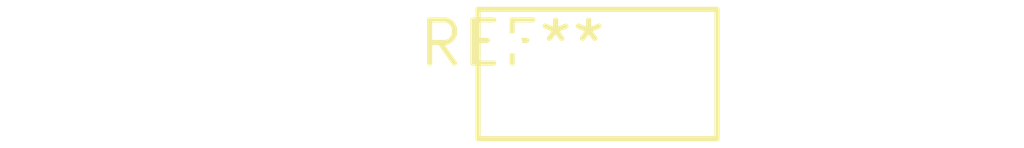
<source format=kicad_pcb>
(kicad_pcb (version 20240108) (generator pcbnew)
  (layers (0 "F.Cu" signal) (31 "B.Cu" signal) (34 "B.Paste" user) (35 "F.Paste" user) (36 "B.SilkS" user "B.Silkscreen") (37 "F.SilkS" user "F.Silkscreen") (38 "B.Mask" user) (39 "F.Mask" user) (44 "Edge.Cuts" user))
  (net 0 "")
  (footprint "RV_Disc_D7mm_W3.8mm_P5mm" (layer "F.Cu") (at 0 0)
    (property "Reference" "REF**")
    (property "Value" "RV_Disc_D7mm_W3.8mm_P5mm")
    (fp_line (start -1 -1) (end -1 2.8) (layer "F.SilkS") (stroke (width 0.15)))
    (fp_line (start -1 -1) (end 6 -1) (layer "F.SilkS") (stroke (width 0.15)))
    (fp_line (start -1 2.8) (end 6 2.8) (layer "F.SilkS") (stroke (width 0.15)))
    (fp_line (start 6 -1) (end 6 2.8) (layer "F.SilkS") (stroke (width 0.15)))
    (pad "1" thru_hole circle (at 0 0) (size 1.6 1.6) (drill 0.6) (layers *.Cu *.Mask) (remove_unused_layers))
    (pad "2" thru_hole circle (at 5 1.8) (size 1.6 1.6) (drill 0.6) (layers *.Cu *.Mask) (remove_unused_layers))
  )
)
</source>
